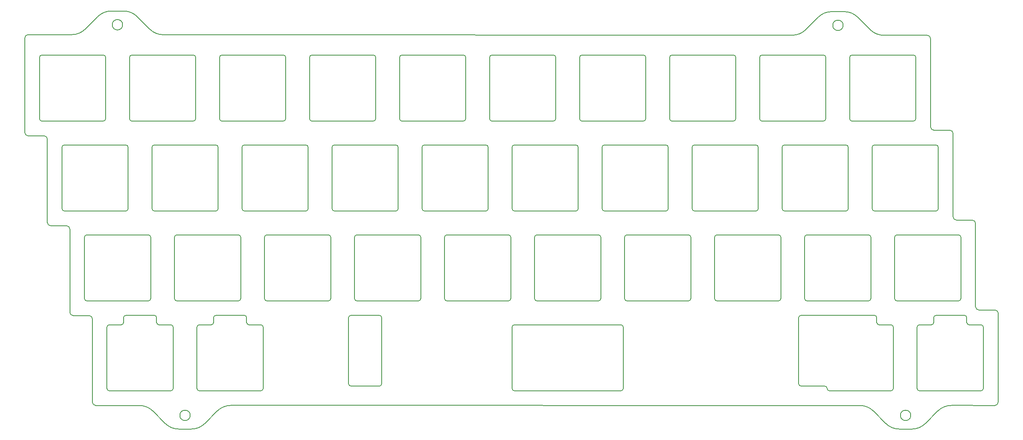
<source format=gbr>
G04 #@! TF.GenerationSoftware,KiCad,Pcbnew,(5.1.4-0-10_14)*
G04 #@! TF.CreationDate,2020-08-19T23:03:45-05:00*
G04 #@! TF.ProjectId,omega_4_skeleton_top,6f6d6567-615f-4345-9f73-6b656c65746f,rev?*
G04 #@! TF.SameCoordinates,Original*
G04 #@! TF.FileFunction,Profile,NP*
%FSLAX46Y46*%
G04 Gerber Fmt 4.6, Leading zero omitted, Abs format (unit mm)*
G04 Created by KiCad (PCBNEW (5.1.4-0-10_14)) date 2020-08-19 23:03:45*
%MOMM*%
%LPD*%
G04 APERTURE LIST*
%ADD10C,0.200000*%
G04 APERTURE END LIST*
D10*
X45387500Y-73024999D02*
X45387500Y-52975523D01*
X46087499Y-73724998D02*
G75*
G02X45387500Y-73024999I0J699999D01*
G01*
X49462500Y-73725000D02*
X46087499Y-73724999D01*
X49462500Y-73725000D02*
G75*
G02X50162500Y-74425000I0J-700000D01*
G01*
X50162500Y-92075000D02*
X50162500Y-74425000D01*
X50862501Y-92774999D02*
G75*
G02X50162500Y-92075000I-1J700000D01*
G01*
X54212500Y-92775000D02*
X50862500Y-92774999D01*
X54212499Y-92775000D02*
G75*
G02X54912500Y-93474999I1J-700000D01*
G01*
X54912500Y-111100000D02*
X54912500Y-93474999D01*
X55612500Y-111800000D02*
G75*
G02X54912500Y-111100000I0J700000D01*
G01*
X58987500Y-111800000D02*
X55612500Y-111800000D01*
X58987500Y-111800000D02*
G75*
G02X59687500Y-112500000I0J-700000D01*
G01*
X59687500Y-130145379D02*
X59687500Y-112500000D01*
X60387121Y-130845379D02*
G75*
G02X59687500Y-130145379I379J700000D01*
G01*
X69642146Y-130850394D02*
X60387120Y-130845379D01*
X69642147Y-130850395D02*
G75*
G02X72468406Y-132021967I-2168J-3999999D01*
G01*
X75119864Y-134673425D02*
X72468406Y-132021967D01*
X77948291Y-135844998D02*
G75*
G02X75119864Y-134673425I0J4000000D01*
G01*
X80634583Y-135844998D02*
X77948291Y-135844998D01*
X83463010Y-134673425D02*
G75*
G02X80634583Y-135844998I-2828427J2828427D01*
G01*
X86126018Y-132010417D02*
X83463010Y-134673425D01*
X86126018Y-132010417D02*
G75*
G02X88954814Y-130838844I2828427J-2828427D01*
G01*
X222128594Y-130851139D02*
X88954814Y-130838844D01*
X222128593Y-130851138D02*
G75*
G02X224956651Y-132022711I-369J-4000001D01*
G01*
X227607365Y-134673425D02*
X224956651Y-132022711D01*
X230435792Y-135844998D02*
G75*
G02X227607365Y-134673425I0J4000000D01*
G01*
X233122084Y-135844998D02*
X230435792Y-135844998D01*
X235950511Y-134673425D02*
G75*
G02X233122084Y-135844998I-2828427J2828427D01*
G01*
X238612715Y-132011221D02*
X235950511Y-134673425D01*
X238612715Y-132011221D02*
G75*
G02X241443451Y-130839649I2828427J-2828427D01*
G01*
X250675042Y-130844978D02*
X241443451Y-130839649D01*
X251375446Y-130145424D02*
G75*
G02X250675042Y-130844978I-700000J446D01*
G01*
X251387436Y-111325445D02*
X251375446Y-130145424D01*
X250687436Y-110624999D02*
G75*
G02X251387436Y-111325445I0J-700000D01*
G01*
X247287500Y-110624999D02*
X250687436Y-110624999D01*
X247287500Y-110624999D02*
G75*
G02X246587500Y-109924999I0J700000D01*
G01*
X246587500Y-92274999D02*
X246587500Y-109924999D01*
X245887500Y-91574999D02*
G75*
G02X246587500Y-92274999I0J-700000D01*
G01*
X242537500Y-91574999D02*
X245887500Y-91574999D01*
X242537500Y-91574999D02*
G75*
G02X241837500Y-90874999I0J700000D01*
G01*
X241837500Y-73224999D02*
X241837500Y-90874999D01*
X241137499Y-72525000D02*
G75*
G02X241837500Y-73224999I1J-700000D01*
G01*
X237762500Y-72524999D02*
X241137500Y-72524999D01*
X237762499Y-72524998D02*
G75*
G02X237062500Y-71824999I0J699999D01*
G01*
X237062499Y-53124478D02*
X237062500Y-71824999D01*
X236363022Y-52424478D02*
G75*
G02X237062499Y-53124478I-523J-700000D01*
G01*
X227127854Y-52417582D02*
X236363022Y-52424478D01*
X227127854Y-52417582D02*
G75*
G02X224302414Y-51246010I2987J3999999D01*
G01*
X221638016Y-48581612D02*
X224302414Y-51246010D01*
X218809589Y-47410039D02*
G75*
G02X221638016Y-48581612I0J-4000000D01*
G01*
X216123297Y-47410039D02*
X218809589Y-47410039D01*
X213294870Y-48581612D02*
G75*
G02X216123297Y-47410039I2828427J-2828427D01*
G01*
X210645614Y-51230868D02*
X213294870Y-48581612D01*
X210645614Y-51230868D02*
G75*
G02X207814037Y-52402440I-2828427J2828427D01*
G01*
X74652746Y-52297575D02*
X207814037Y-52402440D01*
X74652746Y-52297576D02*
G75*
G02X71827469Y-51126003I3151J4000000D01*
G01*
X69163004Y-48461538D02*
X71827469Y-51126003D01*
X66334577Y-47289965D02*
G75*
G02X69163004Y-48461538I0J-4000000D01*
G01*
X63648285Y-47289965D02*
X66334577Y-47289965D01*
X60819858Y-48461538D02*
G75*
G02X63648285Y-47289965I2828427J-2828427D01*
G01*
X58170535Y-51110861D02*
X60819858Y-48461538D01*
X58170535Y-51110860D02*
G75*
G02X55339121Y-52282432I-2828427J2828426D01*
G01*
X46088022Y-52275524D02*
X55339121Y-52282432D01*
X45387500Y-52975523D02*
G75*
G02X46088022Y-52275524I699999J0D01*
G01*
X71512500Y-108700000D02*
X58512500Y-108700000D01*
X72012500Y-108199998D02*
G75*
G02X71512500Y-108700000I-500001J-1D01*
G01*
X72012500Y-95200000D02*
X72012500Y-108200000D01*
X71512499Y-94699999D02*
G75*
G02X72012500Y-95200000I0J-500001D01*
G01*
X58512500Y-94700000D02*
X71512500Y-94700000D01*
X58012501Y-95199999D02*
G75*
G02X58512500Y-94700000I499999J0D01*
G01*
X58012500Y-108200000D02*
X58012500Y-95200000D01*
X58512501Y-108699999D02*
G75*
G02X58012500Y-108200000I-1J500000D01*
G01*
X233937500Y-57100000D02*
X233937500Y-70099999D01*
X233437501Y-56599999D02*
G75*
G02X233937500Y-57100000I-1J-500000D01*
G01*
X220437500Y-56600000D02*
X233437500Y-56599999D01*
X219937501Y-57099999D02*
G75*
G02X220437500Y-56600000I499999J0D01*
G01*
X219937500Y-70099999D02*
X219937500Y-57100000D01*
X220437500Y-70599999D02*
G75*
G02X219937500Y-70099999I0J500000D01*
G01*
X233437500Y-70600000D02*
X220437500Y-70599999D01*
X233937500Y-70100000D02*
G75*
G02X233437500Y-70600000I-500000J0D01*
G01*
X115662500Y-94700000D02*
X128662500Y-94699999D01*
X115162500Y-95200000D02*
G75*
G02X115662500Y-94700000I500000J0D01*
G01*
X115162500Y-108200000D02*
X115162500Y-95200000D01*
X115662499Y-108699999D02*
G75*
G02X115162500Y-108200000I0J499999D01*
G01*
X128662500Y-108700000D02*
X115662500Y-108700000D01*
X129162500Y-108200000D02*
G75*
G02X128662500Y-108700000I-500000J0D01*
G01*
X129162500Y-95200000D02*
X129162500Y-108200000D01*
X128662501Y-94699999D02*
G75*
G02X129162500Y-95200000I-1J-500000D01*
G01*
X147712500Y-108700000D02*
X134712500Y-108700000D01*
X148212501Y-108199999D02*
G75*
G02X147712500Y-108700000I-500001J0D01*
G01*
X148212500Y-95200000D02*
X148212500Y-108200000D01*
X147712500Y-94700000D02*
G75*
G02X148212500Y-95200000I0J-500000D01*
G01*
X134712500Y-94700000D02*
X147712500Y-94699999D01*
X134212500Y-95199998D02*
G75*
G02X134712500Y-94700000I499999J-1D01*
G01*
X134212500Y-108200000D02*
X134212500Y-95200000D01*
X134712501Y-108699999D02*
G75*
G02X134212500Y-108200000I-1J500000D01*
G01*
X104850000Y-89650000D02*
X91850000Y-89650000D01*
X105350000Y-89150000D02*
G75*
G02X104850000Y-89650000I-500000J0D01*
G01*
X105350000Y-76150000D02*
X105350000Y-89150000D01*
X104849999Y-75649999D02*
G75*
G02X105350000Y-76150000I0J-500001D01*
G01*
X91849999Y-75650000D02*
X104850000Y-75650000D01*
X91350000Y-76150001D02*
G75*
G02X91849999Y-75650000I500000J1D01*
G01*
X91350000Y-89150000D02*
X91350000Y-76150000D01*
X91850001Y-89649999D02*
G75*
G02X91350000Y-89150000I-1J500000D01*
G01*
X172312500Y-108200000D02*
X172312500Y-95200000D01*
X172812500Y-108700000D02*
G75*
G02X172312500Y-108200000I0J500000D01*
G01*
X185812500Y-108700000D02*
X172812500Y-108700000D01*
X186312500Y-108200000D02*
G75*
G02X185812500Y-108700000I-500000J0D01*
G01*
X186312500Y-95200000D02*
X186312500Y-108200000D01*
X185812500Y-94700000D02*
G75*
G02X186312500Y-95200000I0J-500000D01*
G01*
X172812500Y-94700000D02*
X185812500Y-94699999D01*
X172312501Y-95199999D02*
G75*
G02X172812500Y-94700000I499999J0D01*
G01*
X86587500Y-70099999D02*
X86587500Y-57100000D01*
X87087500Y-70599999D02*
G75*
G02X86587500Y-70099999I0J500000D01*
G01*
X100087500Y-70599999D02*
X87087500Y-70599999D01*
X100587499Y-70099998D02*
G75*
G02X100087500Y-70599999I-500000J-1D01*
G01*
X100587500Y-57100000D02*
X100587500Y-70099999D01*
X100087501Y-56599999D02*
G75*
G02X100587500Y-57100000I-1J-500000D01*
G01*
X87087499Y-56599999D02*
X100087500Y-56599999D01*
X86587499Y-57100001D02*
G75*
G02X87087499Y-56599999I500001J1D01*
G01*
X200887500Y-70099999D02*
X200887500Y-57100000D01*
X201387500Y-70599999D02*
G75*
G02X200887500Y-70099999I0J500000D01*
G01*
X214387500Y-70599999D02*
X201387500Y-70600000D01*
X214887499Y-70100000D02*
G75*
G02X214387500Y-70599999I-499999J0D01*
G01*
X214887500Y-57100000D02*
X214887500Y-70099999D01*
X214387499Y-56599999D02*
G75*
G02X214887500Y-57100000I0J-500001D01*
G01*
X201387500Y-56599999D02*
X214387500Y-56599999D01*
X200887499Y-57100000D02*
G75*
G02X201387500Y-56599999I500001J0D01*
G01*
X68037500Y-56600000D02*
X81037499Y-56599999D01*
X67537501Y-57099999D02*
G75*
G02X68037500Y-56600000I499999J0D01*
G01*
X67537500Y-70099999D02*
X67537500Y-57100000D01*
X68037498Y-70599999D02*
G75*
G02X67537500Y-70099999I1J499999D01*
G01*
X81037500Y-70600000D02*
X68037500Y-70599999D01*
X81537500Y-70099998D02*
G75*
G02X81037500Y-70600000I-500001J-1D01*
G01*
X81537500Y-57100000D02*
X81537500Y-70099999D01*
X81037499Y-56599999D02*
G75*
G02X81537500Y-57100000I0J-500001D01*
G01*
X191862500Y-94700000D02*
X204862500Y-94700000D01*
X191362500Y-95200000D02*
G75*
G02X191862500Y-94700000I500000J0D01*
G01*
X191362500Y-108200000D02*
X191362500Y-95200000D01*
X191862501Y-108699999D02*
G75*
G02X191362500Y-108200000I-1J500000D01*
G01*
X204862500Y-108700000D02*
X191862500Y-108700000D01*
X205362500Y-108200000D02*
G75*
G02X204862500Y-108700000I-500000J0D01*
G01*
X205362500Y-95200000D02*
X205362500Y-108200000D01*
X204862500Y-94700000D02*
G75*
G02X205362500Y-95200000I0J-500000D01*
G01*
X143737500Y-70099999D02*
X143737500Y-57100000D01*
X144237499Y-70600000D02*
G75*
G02X143737500Y-70099999I1J500000D01*
G01*
X157237500Y-70599999D02*
X144237500Y-70600000D01*
X157737500Y-70099999D02*
G75*
G02X157237500Y-70599999I-500000J0D01*
G01*
X157737500Y-57100000D02*
X157737500Y-70099999D01*
X157237500Y-56600000D02*
G75*
G02X157737500Y-57100000I0J-500000D01*
G01*
X144237500Y-56600000D02*
X157237500Y-56599999D01*
X143737500Y-57099998D02*
G75*
G02X144237500Y-56600000I499999J-1D01*
G01*
X247725000Y-113749999D02*
X245225001Y-113750000D01*
X247725001Y-113749999D02*
G75*
G02X248225000Y-114250000I-1J-500000D01*
G01*
X248225000Y-127249999D02*
X248225000Y-114250000D01*
X248224999Y-127250000D02*
G75*
G02X247725000Y-127749999I-499999J0D01*
G01*
X234725000Y-127749999D02*
X247725000Y-127749999D01*
X234724998Y-127749999D02*
G75*
G02X234225000Y-127249999I1J499999D01*
G01*
X234225000Y-114250000D02*
X234225000Y-127249999D01*
X234225000Y-114250000D02*
G75*
G02X234725000Y-113750000I500000J0D01*
G01*
X237225000Y-113750000D02*
X234725000Y-113750000D01*
X237725001Y-113249999D02*
G75*
G02X237225000Y-113750000I-500001J0D01*
G01*
X237724999Y-112250000D02*
X237725000Y-113250000D01*
X237725000Y-112250000D02*
G75*
G02X238225000Y-111750000I500000J0D01*
G01*
X244225000Y-111749999D02*
X238225000Y-111750000D01*
X244224999Y-111749999D02*
G75*
G02X244725000Y-112250000I0J-500001D01*
G01*
X244724999Y-113250000D02*
X244725000Y-112250000D01*
X245225001Y-113750000D02*
G75*
G02X244724999Y-113250000I-1J500001D01*
G01*
X123900000Y-89650000D02*
X110900000Y-89650000D01*
X124400000Y-89149998D02*
G75*
G02X123900000Y-89650000I-500001J-1D01*
G01*
X124400000Y-76150000D02*
X124400000Y-89150000D01*
X123900000Y-75650000D02*
G75*
G02X124400000Y-76150000I0J-500000D01*
G01*
X110900000Y-75650000D02*
X123900000Y-75650000D01*
X110400000Y-76150000D02*
G75*
G02X110900000Y-75650000I500000J0D01*
G01*
X110400000Y-89150000D02*
X110400000Y-76150000D01*
X110900000Y-89650000D02*
G75*
G02X110400000Y-89150000I0J500000D01*
G01*
X66089147Y-50189964D02*
G75*
G03X66089147Y-50189964I-1100000J0D01*
G01*
X166762500Y-108700000D02*
X153762500Y-108700000D01*
X167262499Y-108199999D02*
G75*
G02X166762500Y-108700000I-500000J-1D01*
G01*
X167262500Y-95200000D02*
X167262499Y-108200000D01*
X166762499Y-94699999D02*
G75*
G02X167262500Y-95200000I0J-500001D01*
G01*
X153762500Y-94700000D02*
X166762500Y-94699999D01*
X153262500Y-95200000D02*
G75*
G02X153762500Y-94700000I500000J0D01*
G01*
X153262500Y-108200000D02*
X153262500Y-95200000D01*
X153762500Y-108700000D02*
G75*
G02X153262500Y-108200000I0J500000D01*
G01*
X243462500Y-95200000D02*
X243462500Y-108199998D01*
X242962501Y-94699999D02*
G75*
G02X243462500Y-95200000I-1J-500000D01*
G01*
X229962500Y-94700000D02*
X242962500Y-94700000D01*
X229462500Y-95199998D02*
G75*
G02X229962500Y-94700000I499999J-1D01*
G01*
X229462500Y-108200000D02*
X229462500Y-95200000D01*
X229962499Y-108699999D02*
G75*
G02X229462500Y-108200000I0J499999D01*
G01*
X242962500Y-108700000D02*
X229962500Y-108699999D01*
X243462500Y-108199998D02*
G75*
G02X242962500Y-108700000I-500001J-1D01*
G01*
X138187499Y-70599999D02*
X125187499Y-70599999D01*
X138687500Y-70100000D02*
G75*
G02X138187499Y-70599999I-500000J1D01*
G01*
X138687500Y-57100000D02*
X138687500Y-70099999D01*
X138187500Y-56600000D02*
G75*
G02X138687500Y-57100000I0J-500000D01*
G01*
X125187499Y-56599999D02*
X138187500Y-56599999D01*
X124687499Y-57100001D02*
G75*
G02X125187499Y-56599999I500001J1D01*
G01*
X124687500Y-70099999D02*
X124687500Y-57100000D01*
X125187499Y-70600000D02*
G75*
G02X124687500Y-70099999I1J500000D01*
G01*
X91062499Y-95200000D02*
X91062500Y-108200000D01*
X90562500Y-94699999D02*
G75*
G02X91062499Y-95200000I-1J-500000D01*
G01*
X77562500Y-94700000D02*
X90562500Y-94700000D01*
X77062500Y-95200000D02*
G75*
G02X77562500Y-94700000I500000J0D01*
G01*
X77062500Y-108200000D02*
X77062500Y-95200000D01*
X77562501Y-108699999D02*
G75*
G02X77062500Y-108200000I-1J500000D01*
G01*
X90562500Y-108700000D02*
X77562500Y-108700000D01*
X91062500Y-108200000D02*
G75*
G02X90562500Y-108700000I-500000J0D01*
G01*
X206150000Y-75650000D02*
X219150000Y-75650000D01*
X205650000Y-76150000D02*
G75*
G02X206150000Y-75650000I500000J0D01*
G01*
X205650000Y-89150000D02*
X205650000Y-76150000D01*
X206150000Y-89650000D02*
G75*
G02X205650000Y-89150000I0J500000D01*
G01*
X219150000Y-89650000D02*
X206150000Y-89650000D01*
X219650000Y-89149998D02*
G75*
G02X219150000Y-89650000I-500001J-1D01*
G01*
X219650000Y-76150000D02*
X219650000Y-89150000D01*
X219150001Y-75649999D02*
G75*
G02X219650000Y-76150000I-1J-500000D01*
G01*
X72800000Y-75650000D02*
X85800000Y-75650000D01*
X72300000Y-76149998D02*
G75*
G02X72800000Y-75650000I499999J-1D01*
G01*
X72300000Y-89150000D02*
X72300000Y-76150000D01*
X72800000Y-89650000D02*
G75*
G02X72300000Y-89150000I0J500000D01*
G01*
X85800000Y-89650000D02*
X72800000Y-89650000D01*
X86300001Y-89149999D02*
G75*
G02X85800000Y-89650000I-500001J0D01*
G01*
X86300000Y-76150000D02*
X86300000Y-89150000D01*
X85800000Y-75650000D02*
G75*
G02X86300000Y-76150000I0J-500000D01*
G01*
X110112500Y-95200000D02*
X110112500Y-108200000D01*
X109612499Y-94699999D02*
G75*
G02X110112500Y-95200000I0J-500001D01*
G01*
X96612500Y-94700000D02*
X109612500Y-94699999D01*
X96112500Y-95199998D02*
G75*
G02X96612500Y-94700000I499999J-1D01*
G01*
X96112500Y-108200000D02*
X96112500Y-95200000D01*
X96612499Y-108699999D02*
G75*
G02X96112500Y-108200000I0J499999D01*
G01*
X109612500Y-108700000D02*
X96612500Y-108700000D01*
X110112501Y-108199999D02*
G75*
G02X109612500Y-108700000I-500001J0D01*
G01*
X62487499Y-57100000D02*
X62487500Y-70099999D01*
X61987500Y-56599999D02*
G75*
G02X62487499Y-57100000I-1J-500000D01*
G01*
X48987500Y-56600000D02*
X61987499Y-56599999D01*
X48487500Y-57100000D02*
G75*
G02X48987500Y-56600000I500000J0D01*
G01*
X48487499Y-70099999D02*
X48487500Y-57100000D01*
X48987500Y-70600000D02*
G75*
G02X48487499Y-70099999I0J500001D01*
G01*
X61987499Y-70600000D02*
X48987500Y-70600000D01*
X62487500Y-70099999D02*
G75*
G02X61987499Y-70600000I-500001J0D01*
G01*
X120900000Y-112250000D02*
X120900000Y-126249999D01*
X120400000Y-111750000D02*
G75*
G02X120900000Y-112250000I0J-500000D01*
G01*
X114400000Y-111750000D02*
X120400000Y-111750000D01*
X113900000Y-112249998D02*
G75*
G02X114400000Y-111750000I499999J-1D01*
G01*
X113900000Y-126249999D02*
X113899999Y-112250000D01*
X114400000Y-126749999D02*
G75*
G02X113900000Y-126249999I0J500000D01*
G01*
X120400000Y-126749999D02*
X114400000Y-126749999D01*
X120900000Y-126249999D02*
G75*
G02X120400000Y-126749999I-500000J0D01*
G01*
X119637499Y-57100000D02*
X119637499Y-70099999D01*
X119137500Y-56599999D02*
G75*
G02X119637499Y-57100000I-1J-500000D01*
G01*
X106137500Y-56600000D02*
X119137499Y-56599999D01*
X105637501Y-57099999D02*
G75*
G02X106137500Y-56600000I499999J0D01*
G01*
X105637500Y-70099999D02*
X105637500Y-57100000D01*
X106137499Y-70600000D02*
G75*
G02X105637500Y-70099999I1J500000D01*
G01*
X119137499Y-70600000D02*
X106137500Y-70600000D01*
X119637500Y-70099999D02*
G75*
G02X119137499Y-70600000I-500001J0D01*
G01*
X209650000Y-126750000D02*
X214675000Y-126750000D01*
X209649998Y-126749999D02*
G75*
G02X209150000Y-126249999I1J499999D01*
G01*
X209150000Y-112250000D02*
X209150000Y-126249999D01*
X209149999Y-112249999D02*
G75*
G02X209649999Y-111749999I500000J0D01*
G01*
X225175000Y-111749999D02*
X209649999Y-111749999D01*
X225175000Y-111750000D02*
G75*
G02X225675000Y-112250000I0J-500000D01*
G01*
X225675000Y-113250000D02*
X225675000Y-112250000D01*
X226175000Y-113750000D02*
G75*
G02X225675000Y-113250000I0J500000D01*
G01*
X228675000Y-113750000D02*
X226175000Y-113750000D01*
X228675001Y-113749999D02*
G75*
G02X229175000Y-114250000I-1J-500000D01*
G01*
X229175000Y-127249999D02*
X229175000Y-114250000D01*
X229175000Y-127249999D02*
G75*
G02X228675000Y-127749999I-500000J0D01*
G01*
X215675000Y-127750000D02*
X228675000Y-127749999D01*
X215674999Y-127750000D02*
G75*
G02X215175000Y-127249999I1J500000D01*
G01*
X214675000Y-126749999D02*
G75*
G02X215175000Y-127249999I0J-500000D01*
G01*
X195837500Y-57100000D02*
X195837500Y-70099999D01*
X195337501Y-56599999D02*
G75*
G02X195837500Y-57100000I-1J-500000D01*
G01*
X182337500Y-56599999D02*
X195337500Y-56599999D01*
X181837499Y-57100000D02*
G75*
G02X182337500Y-56599999I500001J0D01*
G01*
X181837500Y-70099999D02*
X181837500Y-57100000D01*
X182337500Y-70599999D02*
G75*
G02X181837500Y-70099999I0J500000D01*
G01*
X195337500Y-70599999D02*
X182337500Y-70600000D01*
X195837499Y-70100000D02*
G75*
G02X195337500Y-70599999I-499999J0D01*
G01*
X66275000Y-112250000D02*
X66274999Y-113250000D01*
X66275000Y-112249999D02*
G75*
G02X66774999Y-111750000I499999J0D01*
G01*
X72774999Y-111749999D02*
X66774999Y-111750000D01*
X72774999Y-111749999D02*
G75*
G02X73274999Y-112249999I0J-500000D01*
G01*
X73274999Y-113250000D02*
X73274999Y-112249999D01*
X73774999Y-113750000D02*
G75*
G02X73274999Y-113250000I0J500000D01*
G01*
X76275000Y-113750000D02*
X73774999Y-113750000D01*
X76274999Y-113750000D02*
G75*
G02X76775000Y-114249999I1J-500000D01*
G01*
X76775000Y-127249999D02*
X76775000Y-114249999D01*
X76775000Y-127249999D02*
G75*
G02X76275000Y-127749999I-500000J0D01*
G01*
X63275000Y-127749999D02*
X76275000Y-127749999D01*
X63275000Y-127749999D02*
G75*
G02X62775000Y-127249999I0J500000D01*
G01*
X62775000Y-114250000D02*
X62775000Y-127249999D01*
X62775000Y-114249998D02*
G75*
G02X63275000Y-113750000I499999J-1D01*
G01*
X65774999Y-113750000D02*
X63275000Y-113750000D01*
X66275000Y-113249999D02*
G75*
G02X65774999Y-113750000I-500001J0D01*
G01*
X85325000Y-112250000D02*
X85325000Y-113250000D01*
X85325000Y-112250000D02*
G75*
G02X85825000Y-111750000I500000J0D01*
G01*
X91825000Y-111750000D02*
X85825000Y-111750000D01*
X91825001Y-111749999D02*
G75*
G02X92325000Y-112250000I-1J-500000D01*
G01*
X92325000Y-113250000D02*
X92325000Y-112250000D01*
X92824999Y-113749999D02*
G75*
G02X92325000Y-113250000I0J499999D01*
G01*
X95325000Y-113750000D02*
X92825000Y-113750000D01*
X95325001Y-113749999D02*
G75*
G02X95825000Y-114250000I-1J-500000D01*
G01*
X95824999Y-127249999D02*
X95825000Y-114250000D01*
X95824999Y-127250000D02*
G75*
G02X95325000Y-127749999I-499999J0D01*
G01*
X82325000Y-127749999D02*
X95325000Y-127749999D01*
X82324999Y-127750000D02*
G75*
G02X81825000Y-127249999I1J500000D01*
G01*
X81825000Y-114250000D02*
X81825000Y-127249999D01*
X81825000Y-114249998D02*
G75*
G02X82325000Y-113750000I499999J-1D01*
G01*
X84825000Y-113750000D02*
X82325000Y-113750000D01*
X85325000Y-113250000D02*
G75*
G02X84825000Y-113750000I-500000J0D01*
G01*
X238200000Y-89650000D02*
X225200000Y-89650000D01*
X238700001Y-89149999D02*
G75*
G02X238200000Y-89650000I-500001J0D01*
G01*
X238700000Y-76150000D02*
X238700000Y-89150000D01*
X238200000Y-75650000D02*
G75*
G02X238700000Y-76150000I0J-500000D01*
G01*
X225200000Y-75650000D02*
X238200000Y-75649999D01*
X224700000Y-76149998D02*
G75*
G02X225200000Y-75650000I499999J-1D01*
G01*
X224700000Y-89150000D02*
X224700000Y-76150000D01*
X225199999Y-89649999D02*
G75*
G02X224700000Y-89150000I0J499999D01*
G01*
X218564159Y-50310039D02*
G75*
G03X218564159Y-50310039I-1100000J0D01*
G01*
X66750000Y-89650000D02*
X53750000Y-89650000D01*
X67249999Y-89149999D02*
G75*
G02X66750000Y-89650000I-500000J-1D01*
G01*
X67250000Y-76150000D02*
X67249999Y-89150000D01*
X66750001Y-75649999D02*
G75*
G02X67250000Y-76150000I-1J-500000D01*
G01*
X53750000Y-75650000D02*
X66750000Y-75650000D01*
X53250000Y-76149998D02*
G75*
G02X53750000Y-75650000I499999J-1D01*
G01*
X53249999Y-89150000D02*
X53250000Y-76150000D01*
X53750000Y-89650001D02*
G75*
G02X53249999Y-89150000I0J500001D01*
G01*
X210912500Y-94700000D02*
X223912500Y-94699999D01*
X210412500Y-95200000D02*
G75*
G02X210912500Y-94700000I500000J0D01*
G01*
X210412500Y-108200000D02*
X210412500Y-95200000D01*
X210912501Y-108699999D02*
G75*
G02X210412500Y-108200000I-1J500000D01*
G01*
X223912500Y-108699999D02*
X210912500Y-108700000D01*
X224412499Y-108200000D02*
G75*
G02X223912500Y-108699999I-499999J0D01*
G01*
X224412500Y-95200000D02*
X224412500Y-108200000D01*
X223912500Y-94699998D02*
G75*
G02X224412500Y-95200000I-1J-500001D01*
G01*
X176287499Y-70600000D02*
X163287500Y-70600000D01*
X176787500Y-70099999D02*
G75*
G02X176287499Y-70600000I-500001J0D01*
G01*
X176787499Y-57100000D02*
X176787499Y-70099999D01*
X176287500Y-56599999D02*
G75*
G02X176787499Y-57100000I-1J-500000D01*
G01*
X163287500Y-56600000D02*
X176287499Y-56600000D01*
X162787500Y-57100000D02*
G75*
G02X163287500Y-56600000I500000J0D01*
G01*
X162787500Y-70099999D02*
X162787500Y-57100000D01*
X163287498Y-70599999D02*
G75*
G02X162787500Y-70099999I1J499999D01*
G01*
X149000000Y-75650000D02*
X161999999Y-75649999D01*
X148500000Y-76150000D02*
G75*
G02X149000000Y-75650000I500000J0D01*
G01*
X148500000Y-89150000D02*
X148500000Y-76150000D01*
X149000001Y-89649999D02*
G75*
G02X148500000Y-89150000I-1J500000D01*
G01*
X162000000Y-89650000D02*
X149000000Y-89650000D01*
X148999998Y-127749999D02*
G75*
G02X148500000Y-127249999I1J499999D01*
G01*
X232876654Y-132944999D02*
G75*
G03X232876654Y-132944999I-1100000J0D01*
G01*
X80389153Y-132944999D02*
G75*
G03X80389153Y-132944999I-1100000J0D01*
G01*
X181550000Y-76150000D02*
X181550000Y-89149998D01*
X181049999Y-75649999D02*
G75*
G02X181550000Y-76150000I0J-500001D01*
G01*
X168050000Y-75650000D02*
X181050000Y-75649999D01*
X162500000Y-89149998D02*
G75*
G02X162000000Y-89650000I-500001J-1D01*
G01*
X162500000Y-76150000D02*
X162500000Y-89150000D01*
X161999999Y-75649999D02*
G75*
G02X162500000Y-76150000I0J-500001D01*
G01*
X200100000Y-89650000D02*
X187100000Y-89650000D01*
X200600001Y-89149999D02*
G75*
G02X200100000Y-89650000I-500001J0D01*
G01*
X200600000Y-76150000D02*
X200600000Y-89150000D01*
X200100000Y-75650000D02*
G75*
G02X200600000Y-76150000I0J-500000D01*
G01*
X187100000Y-75650000D02*
X200100000Y-75649999D01*
X186600001Y-76149999D02*
G75*
G02X187100000Y-75650000I499999J0D01*
G01*
X186600000Y-89150000D02*
X186600000Y-76150000D01*
X187100000Y-89650000D02*
G75*
G02X186600000Y-89150000I0J500000D01*
G01*
X143450000Y-76150000D02*
X143450000Y-89150000D01*
X142950001Y-75649999D02*
G75*
G02X143450000Y-76150000I-1J-500000D01*
G01*
X167550000Y-89150000D02*
X167550000Y-76150000D01*
X143450000Y-89150000D02*
G75*
G02X142950000Y-89650000I-500000J0D01*
G01*
X171524999Y-127749999D02*
X149000000Y-127750000D01*
X172024999Y-127249999D02*
G75*
G02X171524999Y-127749999I-500000J0D01*
G01*
X172025000Y-114250000D02*
X172025000Y-127249999D01*
X171524999Y-113749999D02*
G75*
G02X172025000Y-114250000I0J-500001D01*
G01*
X149000000Y-113750000D02*
X171525000Y-113750000D01*
X148500000Y-114249998D02*
G75*
G02X149000000Y-113750000I499999J-1D01*
G01*
X148500000Y-127249999D02*
X148500000Y-114250000D01*
X129949999Y-75650000D02*
X142950000Y-75650000D01*
X129449999Y-76150000D02*
G75*
G02X129949999Y-75650000I500000J0D01*
G01*
X129449999Y-89150000D02*
X129449999Y-76150000D01*
X129950000Y-89650001D02*
G75*
G02X129449999Y-89150000I0J500001D01*
G01*
X142950000Y-89650000D02*
X129949999Y-89650000D01*
X167550000Y-76150000D02*
G75*
G02X168050000Y-75650000I500000J0D01*
G01*
X181550000Y-89149998D02*
G75*
G02X181050000Y-89650000I-500001J-1D01*
G01*
X168050001Y-89649999D02*
G75*
G02X167550000Y-89150000I-1J500000D01*
G01*
X181050000Y-89650000D02*
X168050000Y-89650000D01*
M02*

</source>
